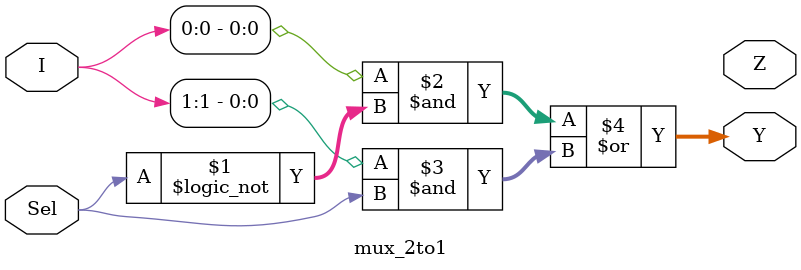
<source format=v>
module mux_2to1 (Z,Y,I,Sel);
input [1:0] I;
input Sel;
output [3:0]Y;
output Z;
assign Y=(I[0]&(!Sel))|(I[1]&Sel);
endmodule

</source>
